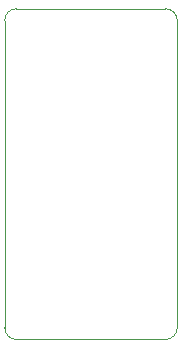
<source format=gbr>
%TF.GenerationSoftware,KiCad,Pcbnew,(5.1.10)-1*%
%TF.CreationDate,2021-10-05T20:05:55+09:00*%
%TF.ProjectId,mr8-gender-changer,6d72382d-6765-46e6-9465-722d6368616e,1*%
%TF.SameCoordinates,Original*%
%TF.FileFunction,Profile,NP*%
%FSLAX46Y46*%
G04 Gerber Fmt 4.6, Leading zero omitted, Abs format (unit mm)*
G04 Created by KiCad (PCBNEW (5.1.10)-1) date 2021-10-05 20:05:55*
%MOMM*%
%LPD*%
G01*
G04 APERTURE LIST*
%TA.AperFunction,Profile*%
%ADD10C,0.050000*%
%TD*%
G04 APERTURE END LIST*
D10*
X165234000Y-107250000D02*
G75*
G02*
X164234000Y-108250000I-1000000J0D01*
G01*
X151615000Y-108250000D02*
G75*
G02*
X150615000Y-107250000I0J1000000D01*
G01*
X150615000Y-81250000D02*
G75*
G02*
X151615000Y-80250000I1000000J0D01*
G01*
X164234000Y-80250000D02*
G75*
G02*
X165234000Y-81250000I0J-1000000D01*
G01*
X164234000Y-80250000D02*
X151615000Y-80250000D01*
X165234000Y-107250000D02*
X165234000Y-81250000D01*
X151615000Y-108250000D02*
X164234000Y-108250000D01*
X150615000Y-81250000D02*
X150615000Y-107250000D01*
M02*

</source>
